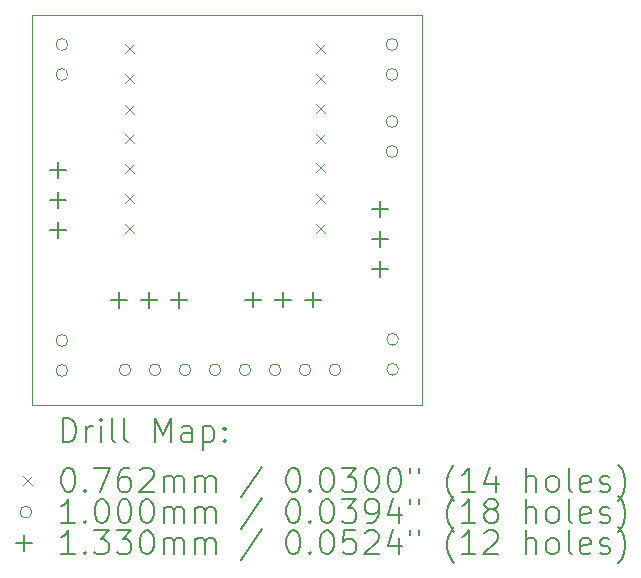
<source format=gbr>
%TF.GenerationSoftware,KiCad,Pcbnew,7.0.10-7.0.10~ubuntu22.04.1*%
%TF.CreationDate,2024-04-18T16:50:05+05:30*%
%TF.ProjectId,EspXiao-FC,45737058-6961-46f2-9d46-432e6b696361,rev?*%
%TF.SameCoordinates,Original*%
%TF.FileFunction,Drillmap*%
%TF.FilePolarity,Positive*%
%FSLAX45Y45*%
G04 Gerber Fmt 4.5, Leading zero omitted, Abs format (unit mm)*
G04 Created by KiCad (PCBNEW 7.0.10-7.0.10~ubuntu22.04.1) date 2024-04-18 16:50:05*
%MOMM*%
%LPD*%
G01*
G04 APERTURE LIST*
%ADD10C,0.100000*%
%ADD11C,0.200000*%
%ADD12C,0.133000*%
G04 APERTURE END LIST*
D10*
X14572460Y-7007460D02*
X14575000Y-7007460D01*
X14575000Y-7010000D01*
X14572460Y-7010000D01*
X14572460Y-7007460D01*
X12925000Y-7010000D02*
X16225000Y-7010000D01*
X16225000Y-10310000D01*
X12925000Y-10310000D01*
X12925000Y-7010000D01*
D11*
D10*
X13710300Y-7258825D02*
X13786500Y-7335025D01*
X13786500Y-7258825D02*
X13710300Y-7335025D01*
X13710300Y-7508825D02*
X13786500Y-7585025D01*
X13786500Y-7508825D02*
X13710300Y-7585025D01*
X13710300Y-7768825D02*
X13786500Y-7845025D01*
X13786500Y-7768825D02*
X13710300Y-7845025D01*
X13710300Y-8018825D02*
X13786500Y-8095025D01*
X13786500Y-8018825D02*
X13710300Y-8095025D01*
X13710300Y-8268825D02*
X13786500Y-8345025D01*
X13786500Y-8268825D02*
X13710300Y-8345025D01*
X13710300Y-8528825D02*
X13786500Y-8605025D01*
X13786500Y-8528825D02*
X13710300Y-8605025D01*
X13710300Y-8778825D02*
X13786500Y-8855025D01*
X13786500Y-8778825D02*
X13710300Y-8855025D01*
X15330300Y-7256825D02*
X15406500Y-7333025D01*
X15406500Y-7256825D02*
X15330300Y-7333025D01*
X15330300Y-7506825D02*
X15406500Y-7583025D01*
X15406500Y-7506825D02*
X15330300Y-7583025D01*
X15330300Y-7766825D02*
X15406500Y-7843025D01*
X15406500Y-7766825D02*
X15330300Y-7843025D01*
X15330300Y-8016825D02*
X15406500Y-8093025D01*
X15406500Y-8016825D02*
X15330300Y-8093025D01*
X15330300Y-8266825D02*
X15406500Y-8343025D01*
X15406500Y-8266825D02*
X15330300Y-8343025D01*
X15330300Y-8526825D02*
X15406500Y-8603025D01*
X15406500Y-8526825D02*
X15330300Y-8603025D01*
X15330300Y-8776825D02*
X15406500Y-8853025D01*
X15406500Y-8776825D02*
X15330300Y-8853025D01*
X13225000Y-7261000D02*
G75*
G03*
X13125000Y-7261000I-50000J0D01*
G01*
X13125000Y-7261000D02*
G75*
G03*
X13225000Y-7261000I50000J0D01*
G01*
X13225000Y-7515000D02*
G75*
G03*
X13125000Y-7515000I-50000J0D01*
G01*
X13125000Y-7515000D02*
G75*
G03*
X13225000Y-7515000I50000J0D01*
G01*
X13225000Y-9766000D02*
G75*
G03*
X13125000Y-9766000I-50000J0D01*
G01*
X13125000Y-9766000D02*
G75*
G03*
X13225000Y-9766000I50000J0D01*
G01*
X13225000Y-10020000D02*
G75*
G03*
X13125000Y-10020000I-50000J0D01*
G01*
X13125000Y-10020000D02*
G75*
G03*
X13225000Y-10020000I50000J0D01*
G01*
X13759000Y-10015000D02*
G75*
G03*
X13659000Y-10015000I-50000J0D01*
G01*
X13659000Y-10015000D02*
G75*
G03*
X13759000Y-10015000I50000J0D01*
G01*
X14013000Y-10015000D02*
G75*
G03*
X13913000Y-10015000I-50000J0D01*
G01*
X13913000Y-10015000D02*
G75*
G03*
X14013000Y-10015000I50000J0D01*
G01*
X14267000Y-10015000D02*
G75*
G03*
X14167000Y-10015000I-50000J0D01*
G01*
X14167000Y-10015000D02*
G75*
G03*
X14267000Y-10015000I50000J0D01*
G01*
X14521000Y-10015000D02*
G75*
G03*
X14421000Y-10015000I-50000J0D01*
G01*
X14421000Y-10015000D02*
G75*
G03*
X14521000Y-10015000I50000J0D01*
G01*
X14775000Y-10015000D02*
G75*
G03*
X14675000Y-10015000I-50000J0D01*
G01*
X14675000Y-10015000D02*
G75*
G03*
X14775000Y-10015000I50000J0D01*
G01*
X15029000Y-10015000D02*
G75*
G03*
X14929000Y-10015000I-50000J0D01*
G01*
X14929000Y-10015000D02*
G75*
G03*
X15029000Y-10015000I50000J0D01*
G01*
X15283000Y-10015000D02*
G75*
G03*
X15183000Y-10015000I-50000J0D01*
G01*
X15183000Y-10015000D02*
G75*
G03*
X15283000Y-10015000I50000J0D01*
G01*
X15537000Y-10015000D02*
G75*
G03*
X15437000Y-10015000I-50000J0D01*
G01*
X15437000Y-10015000D02*
G75*
G03*
X15537000Y-10015000I50000J0D01*
G01*
X16020000Y-7261000D02*
G75*
G03*
X15920000Y-7261000I-50000J0D01*
G01*
X15920000Y-7261000D02*
G75*
G03*
X16020000Y-7261000I50000J0D01*
G01*
X16020000Y-7515000D02*
G75*
G03*
X15920000Y-7515000I-50000J0D01*
G01*
X15920000Y-7515000D02*
G75*
G03*
X16020000Y-7515000I50000J0D01*
G01*
X16020000Y-7912500D02*
G75*
G03*
X15920000Y-7912500I-50000J0D01*
G01*
X15920000Y-7912500D02*
G75*
G03*
X16020000Y-7912500I50000J0D01*
G01*
X16020000Y-8166500D02*
G75*
G03*
X15920000Y-8166500I-50000J0D01*
G01*
X15920000Y-8166500D02*
G75*
G03*
X16020000Y-8166500I50000J0D01*
G01*
X16025000Y-9756000D02*
G75*
G03*
X15925000Y-9756000I-50000J0D01*
G01*
X15925000Y-9756000D02*
G75*
G03*
X16025000Y-9756000I50000J0D01*
G01*
X16025000Y-10010000D02*
G75*
G03*
X15925000Y-10010000I-50000J0D01*
G01*
X15925000Y-10010000D02*
G75*
G03*
X16025000Y-10010000I50000J0D01*
G01*
D12*
X13145000Y-8253500D02*
X13145000Y-8386500D01*
X13078500Y-8320000D02*
X13211500Y-8320000D01*
X13145000Y-8507500D02*
X13145000Y-8640500D01*
X13078500Y-8574000D02*
X13211500Y-8574000D01*
X13145000Y-8761500D02*
X13145000Y-8894500D01*
X13078500Y-8828000D02*
X13211500Y-8828000D01*
X13657250Y-9356500D02*
X13657250Y-9489500D01*
X13590750Y-9423000D02*
X13723750Y-9423000D01*
X13911250Y-9356500D02*
X13911250Y-9489500D01*
X13844750Y-9423000D02*
X13977750Y-9423000D01*
X14165250Y-9356500D02*
X14165250Y-9489500D01*
X14098750Y-9423000D02*
X14231750Y-9423000D01*
X14792000Y-9353500D02*
X14792000Y-9486500D01*
X14725500Y-9420000D02*
X14858500Y-9420000D01*
X15046000Y-9353500D02*
X15046000Y-9486500D01*
X14979500Y-9420000D02*
X15112500Y-9420000D01*
X15300000Y-9353500D02*
X15300000Y-9486500D01*
X15233500Y-9420000D02*
X15366500Y-9420000D01*
X15870000Y-8585500D02*
X15870000Y-8718500D01*
X15803500Y-8652000D02*
X15936500Y-8652000D01*
X15870000Y-8839500D02*
X15870000Y-8972500D01*
X15803500Y-8906000D02*
X15936500Y-8906000D01*
X15870000Y-9093500D02*
X15870000Y-9226500D01*
X15803500Y-9160000D02*
X15936500Y-9160000D01*
D11*
X13180777Y-10626484D02*
X13180777Y-10426484D01*
X13180777Y-10426484D02*
X13228396Y-10426484D01*
X13228396Y-10426484D02*
X13256967Y-10436008D01*
X13256967Y-10436008D02*
X13276015Y-10455055D01*
X13276015Y-10455055D02*
X13285539Y-10474103D01*
X13285539Y-10474103D02*
X13295062Y-10512198D01*
X13295062Y-10512198D02*
X13295062Y-10540770D01*
X13295062Y-10540770D02*
X13285539Y-10578865D01*
X13285539Y-10578865D02*
X13276015Y-10597912D01*
X13276015Y-10597912D02*
X13256967Y-10616960D01*
X13256967Y-10616960D02*
X13228396Y-10626484D01*
X13228396Y-10626484D02*
X13180777Y-10626484D01*
X13380777Y-10626484D02*
X13380777Y-10493150D01*
X13380777Y-10531246D02*
X13390301Y-10512198D01*
X13390301Y-10512198D02*
X13399824Y-10502674D01*
X13399824Y-10502674D02*
X13418872Y-10493150D01*
X13418872Y-10493150D02*
X13437920Y-10493150D01*
X13504586Y-10626484D02*
X13504586Y-10493150D01*
X13504586Y-10426484D02*
X13495062Y-10436008D01*
X13495062Y-10436008D02*
X13504586Y-10445531D01*
X13504586Y-10445531D02*
X13514110Y-10436008D01*
X13514110Y-10436008D02*
X13504586Y-10426484D01*
X13504586Y-10426484D02*
X13504586Y-10445531D01*
X13628396Y-10626484D02*
X13609348Y-10616960D01*
X13609348Y-10616960D02*
X13599824Y-10597912D01*
X13599824Y-10597912D02*
X13599824Y-10426484D01*
X13733158Y-10626484D02*
X13714110Y-10616960D01*
X13714110Y-10616960D02*
X13704586Y-10597912D01*
X13704586Y-10597912D02*
X13704586Y-10426484D01*
X13961729Y-10626484D02*
X13961729Y-10426484D01*
X13961729Y-10426484D02*
X14028396Y-10569341D01*
X14028396Y-10569341D02*
X14095062Y-10426484D01*
X14095062Y-10426484D02*
X14095062Y-10626484D01*
X14276015Y-10626484D02*
X14276015Y-10521722D01*
X14276015Y-10521722D02*
X14266491Y-10502674D01*
X14266491Y-10502674D02*
X14247443Y-10493150D01*
X14247443Y-10493150D02*
X14209348Y-10493150D01*
X14209348Y-10493150D02*
X14190301Y-10502674D01*
X14276015Y-10616960D02*
X14256967Y-10626484D01*
X14256967Y-10626484D02*
X14209348Y-10626484D01*
X14209348Y-10626484D02*
X14190301Y-10616960D01*
X14190301Y-10616960D02*
X14180777Y-10597912D01*
X14180777Y-10597912D02*
X14180777Y-10578865D01*
X14180777Y-10578865D02*
X14190301Y-10559817D01*
X14190301Y-10559817D02*
X14209348Y-10550293D01*
X14209348Y-10550293D02*
X14256967Y-10550293D01*
X14256967Y-10550293D02*
X14276015Y-10540770D01*
X14371253Y-10493150D02*
X14371253Y-10693150D01*
X14371253Y-10502674D02*
X14390301Y-10493150D01*
X14390301Y-10493150D02*
X14428396Y-10493150D01*
X14428396Y-10493150D02*
X14447443Y-10502674D01*
X14447443Y-10502674D02*
X14456967Y-10512198D01*
X14456967Y-10512198D02*
X14466491Y-10531246D01*
X14466491Y-10531246D02*
X14466491Y-10588389D01*
X14466491Y-10588389D02*
X14456967Y-10607436D01*
X14456967Y-10607436D02*
X14447443Y-10616960D01*
X14447443Y-10616960D02*
X14428396Y-10626484D01*
X14428396Y-10626484D02*
X14390301Y-10626484D01*
X14390301Y-10626484D02*
X14371253Y-10616960D01*
X14552205Y-10607436D02*
X14561729Y-10616960D01*
X14561729Y-10616960D02*
X14552205Y-10626484D01*
X14552205Y-10626484D02*
X14542682Y-10616960D01*
X14542682Y-10616960D02*
X14552205Y-10607436D01*
X14552205Y-10607436D02*
X14552205Y-10626484D01*
X14552205Y-10502674D02*
X14561729Y-10512198D01*
X14561729Y-10512198D02*
X14552205Y-10521722D01*
X14552205Y-10521722D02*
X14542682Y-10512198D01*
X14542682Y-10512198D02*
X14552205Y-10502674D01*
X14552205Y-10502674D02*
X14552205Y-10521722D01*
D10*
X12843800Y-10916900D02*
X12920000Y-10993100D01*
X12920000Y-10916900D02*
X12843800Y-10993100D01*
D11*
X13218872Y-10846484D02*
X13237920Y-10846484D01*
X13237920Y-10846484D02*
X13256967Y-10856008D01*
X13256967Y-10856008D02*
X13266491Y-10865531D01*
X13266491Y-10865531D02*
X13276015Y-10884579D01*
X13276015Y-10884579D02*
X13285539Y-10922674D01*
X13285539Y-10922674D02*
X13285539Y-10970293D01*
X13285539Y-10970293D02*
X13276015Y-11008389D01*
X13276015Y-11008389D02*
X13266491Y-11027436D01*
X13266491Y-11027436D02*
X13256967Y-11036960D01*
X13256967Y-11036960D02*
X13237920Y-11046484D01*
X13237920Y-11046484D02*
X13218872Y-11046484D01*
X13218872Y-11046484D02*
X13199824Y-11036960D01*
X13199824Y-11036960D02*
X13190301Y-11027436D01*
X13190301Y-11027436D02*
X13180777Y-11008389D01*
X13180777Y-11008389D02*
X13171253Y-10970293D01*
X13171253Y-10970293D02*
X13171253Y-10922674D01*
X13171253Y-10922674D02*
X13180777Y-10884579D01*
X13180777Y-10884579D02*
X13190301Y-10865531D01*
X13190301Y-10865531D02*
X13199824Y-10856008D01*
X13199824Y-10856008D02*
X13218872Y-10846484D01*
X13371253Y-11027436D02*
X13380777Y-11036960D01*
X13380777Y-11036960D02*
X13371253Y-11046484D01*
X13371253Y-11046484D02*
X13361729Y-11036960D01*
X13361729Y-11036960D02*
X13371253Y-11027436D01*
X13371253Y-11027436D02*
X13371253Y-11046484D01*
X13447443Y-10846484D02*
X13580777Y-10846484D01*
X13580777Y-10846484D02*
X13495062Y-11046484D01*
X13742682Y-10846484D02*
X13704586Y-10846484D01*
X13704586Y-10846484D02*
X13685539Y-10856008D01*
X13685539Y-10856008D02*
X13676015Y-10865531D01*
X13676015Y-10865531D02*
X13656967Y-10894103D01*
X13656967Y-10894103D02*
X13647443Y-10932198D01*
X13647443Y-10932198D02*
X13647443Y-11008389D01*
X13647443Y-11008389D02*
X13656967Y-11027436D01*
X13656967Y-11027436D02*
X13666491Y-11036960D01*
X13666491Y-11036960D02*
X13685539Y-11046484D01*
X13685539Y-11046484D02*
X13723634Y-11046484D01*
X13723634Y-11046484D02*
X13742682Y-11036960D01*
X13742682Y-11036960D02*
X13752205Y-11027436D01*
X13752205Y-11027436D02*
X13761729Y-11008389D01*
X13761729Y-11008389D02*
X13761729Y-10960770D01*
X13761729Y-10960770D02*
X13752205Y-10941722D01*
X13752205Y-10941722D02*
X13742682Y-10932198D01*
X13742682Y-10932198D02*
X13723634Y-10922674D01*
X13723634Y-10922674D02*
X13685539Y-10922674D01*
X13685539Y-10922674D02*
X13666491Y-10932198D01*
X13666491Y-10932198D02*
X13656967Y-10941722D01*
X13656967Y-10941722D02*
X13647443Y-10960770D01*
X13837920Y-10865531D02*
X13847443Y-10856008D01*
X13847443Y-10856008D02*
X13866491Y-10846484D01*
X13866491Y-10846484D02*
X13914110Y-10846484D01*
X13914110Y-10846484D02*
X13933158Y-10856008D01*
X13933158Y-10856008D02*
X13942682Y-10865531D01*
X13942682Y-10865531D02*
X13952205Y-10884579D01*
X13952205Y-10884579D02*
X13952205Y-10903627D01*
X13952205Y-10903627D02*
X13942682Y-10932198D01*
X13942682Y-10932198D02*
X13828396Y-11046484D01*
X13828396Y-11046484D02*
X13952205Y-11046484D01*
X14037920Y-11046484D02*
X14037920Y-10913150D01*
X14037920Y-10932198D02*
X14047443Y-10922674D01*
X14047443Y-10922674D02*
X14066491Y-10913150D01*
X14066491Y-10913150D02*
X14095063Y-10913150D01*
X14095063Y-10913150D02*
X14114110Y-10922674D01*
X14114110Y-10922674D02*
X14123634Y-10941722D01*
X14123634Y-10941722D02*
X14123634Y-11046484D01*
X14123634Y-10941722D02*
X14133158Y-10922674D01*
X14133158Y-10922674D02*
X14152205Y-10913150D01*
X14152205Y-10913150D02*
X14180777Y-10913150D01*
X14180777Y-10913150D02*
X14199824Y-10922674D01*
X14199824Y-10922674D02*
X14209348Y-10941722D01*
X14209348Y-10941722D02*
X14209348Y-11046484D01*
X14304586Y-11046484D02*
X14304586Y-10913150D01*
X14304586Y-10932198D02*
X14314110Y-10922674D01*
X14314110Y-10922674D02*
X14333158Y-10913150D01*
X14333158Y-10913150D02*
X14361729Y-10913150D01*
X14361729Y-10913150D02*
X14380777Y-10922674D01*
X14380777Y-10922674D02*
X14390301Y-10941722D01*
X14390301Y-10941722D02*
X14390301Y-11046484D01*
X14390301Y-10941722D02*
X14399824Y-10922674D01*
X14399824Y-10922674D02*
X14418872Y-10913150D01*
X14418872Y-10913150D02*
X14447443Y-10913150D01*
X14447443Y-10913150D02*
X14466491Y-10922674D01*
X14466491Y-10922674D02*
X14476015Y-10941722D01*
X14476015Y-10941722D02*
X14476015Y-11046484D01*
X14866491Y-10836960D02*
X14695063Y-11094103D01*
X15123634Y-10846484D02*
X15142682Y-10846484D01*
X15142682Y-10846484D02*
X15161729Y-10856008D01*
X15161729Y-10856008D02*
X15171253Y-10865531D01*
X15171253Y-10865531D02*
X15180777Y-10884579D01*
X15180777Y-10884579D02*
X15190301Y-10922674D01*
X15190301Y-10922674D02*
X15190301Y-10970293D01*
X15190301Y-10970293D02*
X15180777Y-11008389D01*
X15180777Y-11008389D02*
X15171253Y-11027436D01*
X15171253Y-11027436D02*
X15161729Y-11036960D01*
X15161729Y-11036960D02*
X15142682Y-11046484D01*
X15142682Y-11046484D02*
X15123634Y-11046484D01*
X15123634Y-11046484D02*
X15104586Y-11036960D01*
X15104586Y-11036960D02*
X15095063Y-11027436D01*
X15095063Y-11027436D02*
X15085539Y-11008389D01*
X15085539Y-11008389D02*
X15076015Y-10970293D01*
X15076015Y-10970293D02*
X15076015Y-10922674D01*
X15076015Y-10922674D02*
X15085539Y-10884579D01*
X15085539Y-10884579D02*
X15095063Y-10865531D01*
X15095063Y-10865531D02*
X15104586Y-10856008D01*
X15104586Y-10856008D02*
X15123634Y-10846484D01*
X15276015Y-11027436D02*
X15285539Y-11036960D01*
X15285539Y-11036960D02*
X15276015Y-11046484D01*
X15276015Y-11046484D02*
X15266491Y-11036960D01*
X15266491Y-11036960D02*
X15276015Y-11027436D01*
X15276015Y-11027436D02*
X15276015Y-11046484D01*
X15409348Y-10846484D02*
X15428396Y-10846484D01*
X15428396Y-10846484D02*
X15447444Y-10856008D01*
X15447444Y-10856008D02*
X15456967Y-10865531D01*
X15456967Y-10865531D02*
X15466491Y-10884579D01*
X15466491Y-10884579D02*
X15476015Y-10922674D01*
X15476015Y-10922674D02*
X15476015Y-10970293D01*
X15476015Y-10970293D02*
X15466491Y-11008389D01*
X15466491Y-11008389D02*
X15456967Y-11027436D01*
X15456967Y-11027436D02*
X15447444Y-11036960D01*
X15447444Y-11036960D02*
X15428396Y-11046484D01*
X15428396Y-11046484D02*
X15409348Y-11046484D01*
X15409348Y-11046484D02*
X15390301Y-11036960D01*
X15390301Y-11036960D02*
X15380777Y-11027436D01*
X15380777Y-11027436D02*
X15371253Y-11008389D01*
X15371253Y-11008389D02*
X15361729Y-10970293D01*
X15361729Y-10970293D02*
X15361729Y-10922674D01*
X15361729Y-10922674D02*
X15371253Y-10884579D01*
X15371253Y-10884579D02*
X15380777Y-10865531D01*
X15380777Y-10865531D02*
X15390301Y-10856008D01*
X15390301Y-10856008D02*
X15409348Y-10846484D01*
X15542682Y-10846484D02*
X15666491Y-10846484D01*
X15666491Y-10846484D02*
X15599825Y-10922674D01*
X15599825Y-10922674D02*
X15628396Y-10922674D01*
X15628396Y-10922674D02*
X15647444Y-10932198D01*
X15647444Y-10932198D02*
X15656967Y-10941722D01*
X15656967Y-10941722D02*
X15666491Y-10960770D01*
X15666491Y-10960770D02*
X15666491Y-11008389D01*
X15666491Y-11008389D02*
X15656967Y-11027436D01*
X15656967Y-11027436D02*
X15647444Y-11036960D01*
X15647444Y-11036960D02*
X15628396Y-11046484D01*
X15628396Y-11046484D02*
X15571253Y-11046484D01*
X15571253Y-11046484D02*
X15552206Y-11036960D01*
X15552206Y-11036960D02*
X15542682Y-11027436D01*
X15790301Y-10846484D02*
X15809348Y-10846484D01*
X15809348Y-10846484D02*
X15828396Y-10856008D01*
X15828396Y-10856008D02*
X15837920Y-10865531D01*
X15837920Y-10865531D02*
X15847444Y-10884579D01*
X15847444Y-10884579D02*
X15856967Y-10922674D01*
X15856967Y-10922674D02*
X15856967Y-10970293D01*
X15856967Y-10970293D02*
X15847444Y-11008389D01*
X15847444Y-11008389D02*
X15837920Y-11027436D01*
X15837920Y-11027436D02*
X15828396Y-11036960D01*
X15828396Y-11036960D02*
X15809348Y-11046484D01*
X15809348Y-11046484D02*
X15790301Y-11046484D01*
X15790301Y-11046484D02*
X15771253Y-11036960D01*
X15771253Y-11036960D02*
X15761729Y-11027436D01*
X15761729Y-11027436D02*
X15752206Y-11008389D01*
X15752206Y-11008389D02*
X15742682Y-10970293D01*
X15742682Y-10970293D02*
X15742682Y-10922674D01*
X15742682Y-10922674D02*
X15752206Y-10884579D01*
X15752206Y-10884579D02*
X15761729Y-10865531D01*
X15761729Y-10865531D02*
X15771253Y-10856008D01*
X15771253Y-10856008D02*
X15790301Y-10846484D01*
X15980777Y-10846484D02*
X15999825Y-10846484D01*
X15999825Y-10846484D02*
X16018872Y-10856008D01*
X16018872Y-10856008D02*
X16028396Y-10865531D01*
X16028396Y-10865531D02*
X16037920Y-10884579D01*
X16037920Y-10884579D02*
X16047444Y-10922674D01*
X16047444Y-10922674D02*
X16047444Y-10970293D01*
X16047444Y-10970293D02*
X16037920Y-11008389D01*
X16037920Y-11008389D02*
X16028396Y-11027436D01*
X16028396Y-11027436D02*
X16018872Y-11036960D01*
X16018872Y-11036960D02*
X15999825Y-11046484D01*
X15999825Y-11046484D02*
X15980777Y-11046484D01*
X15980777Y-11046484D02*
X15961729Y-11036960D01*
X15961729Y-11036960D02*
X15952206Y-11027436D01*
X15952206Y-11027436D02*
X15942682Y-11008389D01*
X15942682Y-11008389D02*
X15933158Y-10970293D01*
X15933158Y-10970293D02*
X15933158Y-10922674D01*
X15933158Y-10922674D02*
X15942682Y-10884579D01*
X15942682Y-10884579D02*
X15952206Y-10865531D01*
X15952206Y-10865531D02*
X15961729Y-10856008D01*
X15961729Y-10856008D02*
X15980777Y-10846484D01*
X16123634Y-10846484D02*
X16123634Y-10884579D01*
X16199825Y-10846484D02*
X16199825Y-10884579D01*
X16495063Y-11122674D02*
X16485539Y-11113150D01*
X16485539Y-11113150D02*
X16466491Y-11084579D01*
X16466491Y-11084579D02*
X16456968Y-11065531D01*
X16456968Y-11065531D02*
X16447444Y-11036960D01*
X16447444Y-11036960D02*
X16437920Y-10989341D01*
X16437920Y-10989341D02*
X16437920Y-10951246D01*
X16437920Y-10951246D02*
X16447444Y-10903627D01*
X16447444Y-10903627D02*
X16456968Y-10875055D01*
X16456968Y-10875055D02*
X16466491Y-10856008D01*
X16466491Y-10856008D02*
X16485539Y-10827436D01*
X16485539Y-10827436D02*
X16495063Y-10817912D01*
X16676015Y-11046484D02*
X16561729Y-11046484D01*
X16618872Y-11046484D02*
X16618872Y-10846484D01*
X16618872Y-10846484D02*
X16599825Y-10875055D01*
X16599825Y-10875055D02*
X16580777Y-10894103D01*
X16580777Y-10894103D02*
X16561729Y-10903627D01*
X16847444Y-10913150D02*
X16847444Y-11046484D01*
X16799825Y-10836960D02*
X16752206Y-10979817D01*
X16752206Y-10979817D02*
X16876015Y-10979817D01*
X17104587Y-11046484D02*
X17104587Y-10846484D01*
X17190301Y-11046484D02*
X17190301Y-10941722D01*
X17190301Y-10941722D02*
X17180777Y-10922674D01*
X17180777Y-10922674D02*
X17161730Y-10913150D01*
X17161730Y-10913150D02*
X17133158Y-10913150D01*
X17133158Y-10913150D02*
X17114111Y-10922674D01*
X17114111Y-10922674D02*
X17104587Y-10932198D01*
X17314111Y-11046484D02*
X17295063Y-11036960D01*
X17295063Y-11036960D02*
X17285539Y-11027436D01*
X17285539Y-11027436D02*
X17276015Y-11008389D01*
X17276015Y-11008389D02*
X17276015Y-10951246D01*
X17276015Y-10951246D02*
X17285539Y-10932198D01*
X17285539Y-10932198D02*
X17295063Y-10922674D01*
X17295063Y-10922674D02*
X17314111Y-10913150D01*
X17314111Y-10913150D02*
X17342682Y-10913150D01*
X17342682Y-10913150D02*
X17361730Y-10922674D01*
X17361730Y-10922674D02*
X17371253Y-10932198D01*
X17371253Y-10932198D02*
X17380777Y-10951246D01*
X17380777Y-10951246D02*
X17380777Y-11008389D01*
X17380777Y-11008389D02*
X17371253Y-11027436D01*
X17371253Y-11027436D02*
X17361730Y-11036960D01*
X17361730Y-11036960D02*
X17342682Y-11046484D01*
X17342682Y-11046484D02*
X17314111Y-11046484D01*
X17495063Y-11046484D02*
X17476015Y-11036960D01*
X17476015Y-11036960D02*
X17466492Y-11017912D01*
X17466492Y-11017912D02*
X17466492Y-10846484D01*
X17647444Y-11036960D02*
X17628396Y-11046484D01*
X17628396Y-11046484D02*
X17590301Y-11046484D01*
X17590301Y-11046484D02*
X17571253Y-11036960D01*
X17571253Y-11036960D02*
X17561730Y-11017912D01*
X17561730Y-11017912D02*
X17561730Y-10941722D01*
X17561730Y-10941722D02*
X17571253Y-10922674D01*
X17571253Y-10922674D02*
X17590301Y-10913150D01*
X17590301Y-10913150D02*
X17628396Y-10913150D01*
X17628396Y-10913150D02*
X17647444Y-10922674D01*
X17647444Y-10922674D02*
X17656968Y-10941722D01*
X17656968Y-10941722D02*
X17656968Y-10960770D01*
X17656968Y-10960770D02*
X17561730Y-10979817D01*
X17733158Y-11036960D02*
X17752206Y-11046484D01*
X17752206Y-11046484D02*
X17790301Y-11046484D01*
X17790301Y-11046484D02*
X17809349Y-11036960D01*
X17809349Y-11036960D02*
X17818873Y-11017912D01*
X17818873Y-11017912D02*
X17818873Y-11008389D01*
X17818873Y-11008389D02*
X17809349Y-10989341D01*
X17809349Y-10989341D02*
X17790301Y-10979817D01*
X17790301Y-10979817D02*
X17761730Y-10979817D01*
X17761730Y-10979817D02*
X17742682Y-10970293D01*
X17742682Y-10970293D02*
X17733158Y-10951246D01*
X17733158Y-10951246D02*
X17733158Y-10941722D01*
X17733158Y-10941722D02*
X17742682Y-10922674D01*
X17742682Y-10922674D02*
X17761730Y-10913150D01*
X17761730Y-10913150D02*
X17790301Y-10913150D01*
X17790301Y-10913150D02*
X17809349Y-10922674D01*
X17885539Y-11122674D02*
X17895063Y-11113150D01*
X17895063Y-11113150D02*
X17914111Y-11084579D01*
X17914111Y-11084579D02*
X17923634Y-11065531D01*
X17923634Y-11065531D02*
X17933158Y-11036960D01*
X17933158Y-11036960D02*
X17942682Y-10989341D01*
X17942682Y-10989341D02*
X17942682Y-10951246D01*
X17942682Y-10951246D02*
X17933158Y-10903627D01*
X17933158Y-10903627D02*
X17923634Y-10875055D01*
X17923634Y-10875055D02*
X17914111Y-10856008D01*
X17914111Y-10856008D02*
X17895063Y-10827436D01*
X17895063Y-10827436D02*
X17885539Y-10817912D01*
D10*
X12920000Y-11219000D02*
G75*
G03*
X12820000Y-11219000I-50000J0D01*
G01*
X12820000Y-11219000D02*
G75*
G03*
X12920000Y-11219000I50000J0D01*
G01*
D11*
X13285539Y-11310484D02*
X13171253Y-11310484D01*
X13228396Y-11310484D02*
X13228396Y-11110484D01*
X13228396Y-11110484D02*
X13209348Y-11139055D01*
X13209348Y-11139055D02*
X13190301Y-11158103D01*
X13190301Y-11158103D02*
X13171253Y-11167627D01*
X13371253Y-11291436D02*
X13380777Y-11300960D01*
X13380777Y-11300960D02*
X13371253Y-11310484D01*
X13371253Y-11310484D02*
X13361729Y-11300960D01*
X13361729Y-11300960D02*
X13371253Y-11291436D01*
X13371253Y-11291436D02*
X13371253Y-11310484D01*
X13504586Y-11110484D02*
X13523634Y-11110484D01*
X13523634Y-11110484D02*
X13542682Y-11120008D01*
X13542682Y-11120008D02*
X13552205Y-11129531D01*
X13552205Y-11129531D02*
X13561729Y-11148579D01*
X13561729Y-11148579D02*
X13571253Y-11186674D01*
X13571253Y-11186674D02*
X13571253Y-11234293D01*
X13571253Y-11234293D02*
X13561729Y-11272388D01*
X13561729Y-11272388D02*
X13552205Y-11291436D01*
X13552205Y-11291436D02*
X13542682Y-11300960D01*
X13542682Y-11300960D02*
X13523634Y-11310484D01*
X13523634Y-11310484D02*
X13504586Y-11310484D01*
X13504586Y-11310484D02*
X13485539Y-11300960D01*
X13485539Y-11300960D02*
X13476015Y-11291436D01*
X13476015Y-11291436D02*
X13466491Y-11272388D01*
X13466491Y-11272388D02*
X13456967Y-11234293D01*
X13456967Y-11234293D02*
X13456967Y-11186674D01*
X13456967Y-11186674D02*
X13466491Y-11148579D01*
X13466491Y-11148579D02*
X13476015Y-11129531D01*
X13476015Y-11129531D02*
X13485539Y-11120008D01*
X13485539Y-11120008D02*
X13504586Y-11110484D01*
X13695062Y-11110484D02*
X13714110Y-11110484D01*
X13714110Y-11110484D02*
X13733158Y-11120008D01*
X13733158Y-11120008D02*
X13742682Y-11129531D01*
X13742682Y-11129531D02*
X13752205Y-11148579D01*
X13752205Y-11148579D02*
X13761729Y-11186674D01*
X13761729Y-11186674D02*
X13761729Y-11234293D01*
X13761729Y-11234293D02*
X13752205Y-11272388D01*
X13752205Y-11272388D02*
X13742682Y-11291436D01*
X13742682Y-11291436D02*
X13733158Y-11300960D01*
X13733158Y-11300960D02*
X13714110Y-11310484D01*
X13714110Y-11310484D02*
X13695062Y-11310484D01*
X13695062Y-11310484D02*
X13676015Y-11300960D01*
X13676015Y-11300960D02*
X13666491Y-11291436D01*
X13666491Y-11291436D02*
X13656967Y-11272388D01*
X13656967Y-11272388D02*
X13647443Y-11234293D01*
X13647443Y-11234293D02*
X13647443Y-11186674D01*
X13647443Y-11186674D02*
X13656967Y-11148579D01*
X13656967Y-11148579D02*
X13666491Y-11129531D01*
X13666491Y-11129531D02*
X13676015Y-11120008D01*
X13676015Y-11120008D02*
X13695062Y-11110484D01*
X13885539Y-11110484D02*
X13904586Y-11110484D01*
X13904586Y-11110484D02*
X13923634Y-11120008D01*
X13923634Y-11120008D02*
X13933158Y-11129531D01*
X13933158Y-11129531D02*
X13942682Y-11148579D01*
X13942682Y-11148579D02*
X13952205Y-11186674D01*
X13952205Y-11186674D02*
X13952205Y-11234293D01*
X13952205Y-11234293D02*
X13942682Y-11272388D01*
X13942682Y-11272388D02*
X13933158Y-11291436D01*
X13933158Y-11291436D02*
X13923634Y-11300960D01*
X13923634Y-11300960D02*
X13904586Y-11310484D01*
X13904586Y-11310484D02*
X13885539Y-11310484D01*
X13885539Y-11310484D02*
X13866491Y-11300960D01*
X13866491Y-11300960D02*
X13856967Y-11291436D01*
X13856967Y-11291436D02*
X13847443Y-11272388D01*
X13847443Y-11272388D02*
X13837920Y-11234293D01*
X13837920Y-11234293D02*
X13837920Y-11186674D01*
X13837920Y-11186674D02*
X13847443Y-11148579D01*
X13847443Y-11148579D02*
X13856967Y-11129531D01*
X13856967Y-11129531D02*
X13866491Y-11120008D01*
X13866491Y-11120008D02*
X13885539Y-11110484D01*
X14037920Y-11310484D02*
X14037920Y-11177150D01*
X14037920Y-11196198D02*
X14047443Y-11186674D01*
X14047443Y-11186674D02*
X14066491Y-11177150D01*
X14066491Y-11177150D02*
X14095063Y-11177150D01*
X14095063Y-11177150D02*
X14114110Y-11186674D01*
X14114110Y-11186674D02*
X14123634Y-11205722D01*
X14123634Y-11205722D02*
X14123634Y-11310484D01*
X14123634Y-11205722D02*
X14133158Y-11186674D01*
X14133158Y-11186674D02*
X14152205Y-11177150D01*
X14152205Y-11177150D02*
X14180777Y-11177150D01*
X14180777Y-11177150D02*
X14199824Y-11186674D01*
X14199824Y-11186674D02*
X14209348Y-11205722D01*
X14209348Y-11205722D02*
X14209348Y-11310484D01*
X14304586Y-11310484D02*
X14304586Y-11177150D01*
X14304586Y-11196198D02*
X14314110Y-11186674D01*
X14314110Y-11186674D02*
X14333158Y-11177150D01*
X14333158Y-11177150D02*
X14361729Y-11177150D01*
X14361729Y-11177150D02*
X14380777Y-11186674D01*
X14380777Y-11186674D02*
X14390301Y-11205722D01*
X14390301Y-11205722D02*
X14390301Y-11310484D01*
X14390301Y-11205722D02*
X14399824Y-11186674D01*
X14399824Y-11186674D02*
X14418872Y-11177150D01*
X14418872Y-11177150D02*
X14447443Y-11177150D01*
X14447443Y-11177150D02*
X14466491Y-11186674D01*
X14466491Y-11186674D02*
X14476015Y-11205722D01*
X14476015Y-11205722D02*
X14476015Y-11310484D01*
X14866491Y-11100960D02*
X14695063Y-11358103D01*
X15123634Y-11110484D02*
X15142682Y-11110484D01*
X15142682Y-11110484D02*
X15161729Y-11120008D01*
X15161729Y-11120008D02*
X15171253Y-11129531D01*
X15171253Y-11129531D02*
X15180777Y-11148579D01*
X15180777Y-11148579D02*
X15190301Y-11186674D01*
X15190301Y-11186674D02*
X15190301Y-11234293D01*
X15190301Y-11234293D02*
X15180777Y-11272388D01*
X15180777Y-11272388D02*
X15171253Y-11291436D01*
X15171253Y-11291436D02*
X15161729Y-11300960D01*
X15161729Y-11300960D02*
X15142682Y-11310484D01*
X15142682Y-11310484D02*
X15123634Y-11310484D01*
X15123634Y-11310484D02*
X15104586Y-11300960D01*
X15104586Y-11300960D02*
X15095063Y-11291436D01*
X15095063Y-11291436D02*
X15085539Y-11272388D01*
X15085539Y-11272388D02*
X15076015Y-11234293D01*
X15076015Y-11234293D02*
X15076015Y-11186674D01*
X15076015Y-11186674D02*
X15085539Y-11148579D01*
X15085539Y-11148579D02*
X15095063Y-11129531D01*
X15095063Y-11129531D02*
X15104586Y-11120008D01*
X15104586Y-11120008D02*
X15123634Y-11110484D01*
X15276015Y-11291436D02*
X15285539Y-11300960D01*
X15285539Y-11300960D02*
X15276015Y-11310484D01*
X15276015Y-11310484D02*
X15266491Y-11300960D01*
X15266491Y-11300960D02*
X15276015Y-11291436D01*
X15276015Y-11291436D02*
X15276015Y-11310484D01*
X15409348Y-11110484D02*
X15428396Y-11110484D01*
X15428396Y-11110484D02*
X15447444Y-11120008D01*
X15447444Y-11120008D02*
X15456967Y-11129531D01*
X15456967Y-11129531D02*
X15466491Y-11148579D01*
X15466491Y-11148579D02*
X15476015Y-11186674D01*
X15476015Y-11186674D02*
X15476015Y-11234293D01*
X15476015Y-11234293D02*
X15466491Y-11272388D01*
X15466491Y-11272388D02*
X15456967Y-11291436D01*
X15456967Y-11291436D02*
X15447444Y-11300960D01*
X15447444Y-11300960D02*
X15428396Y-11310484D01*
X15428396Y-11310484D02*
X15409348Y-11310484D01*
X15409348Y-11310484D02*
X15390301Y-11300960D01*
X15390301Y-11300960D02*
X15380777Y-11291436D01*
X15380777Y-11291436D02*
X15371253Y-11272388D01*
X15371253Y-11272388D02*
X15361729Y-11234293D01*
X15361729Y-11234293D02*
X15361729Y-11186674D01*
X15361729Y-11186674D02*
X15371253Y-11148579D01*
X15371253Y-11148579D02*
X15380777Y-11129531D01*
X15380777Y-11129531D02*
X15390301Y-11120008D01*
X15390301Y-11120008D02*
X15409348Y-11110484D01*
X15542682Y-11110484D02*
X15666491Y-11110484D01*
X15666491Y-11110484D02*
X15599825Y-11186674D01*
X15599825Y-11186674D02*
X15628396Y-11186674D01*
X15628396Y-11186674D02*
X15647444Y-11196198D01*
X15647444Y-11196198D02*
X15656967Y-11205722D01*
X15656967Y-11205722D02*
X15666491Y-11224769D01*
X15666491Y-11224769D02*
X15666491Y-11272388D01*
X15666491Y-11272388D02*
X15656967Y-11291436D01*
X15656967Y-11291436D02*
X15647444Y-11300960D01*
X15647444Y-11300960D02*
X15628396Y-11310484D01*
X15628396Y-11310484D02*
X15571253Y-11310484D01*
X15571253Y-11310484D02*
X15552206Y-11300960D01*
X15552206Y-11300960D02*
X15542682Y-11291436D01*
X15761729Y-11310484D02*
X15799825Y-11310484D01*
X15799825Y-11310484D02*
X15818872Y-11300960D01*
X15818872Y-11300960D02*
X15828396Y-11291436D01*
X15828396Y-11291436D02*
X15847444Y-11262865D01*
X15847444Y-11262865D02*
X15856967Y-11224769D01*
X15856967Y-11224769D02*
X15856967Y-11148579D01*
X15856967Y-11148579D02*
X15847444Y-11129531D01*
X15847444Y-11129531D02*
X15837920Y-11120008D01*
X15837920Y-11120008D02*
X15818872Y-11110484D01*
X15818872Y-11110484D02*
X15780777Y-11110484D01*
X15780777Y-11110484D02*
X15761729Y-11120008D01*
X15761729Y-11120008D02*
X15752206Y-11129531D01*
X15752206Y-11129531D02*
X15742682Y-11148579D01*
X15742682Y-11148579D02*
X15742682Y-11196198D01*
X15742682Y-11196198D02*
X15752206Y-11215246D01*
X15752206Y-11215246D02*
X15761729Y-11224769D01*
X15761729Y-11224769D02*
X15780777Y-11234293D01*
X15780777Y-11234293D02*
X15818872Y-11234293D01*
X15818872Y-11234293D02*
X15837920Y-11224769D01*
X15837920Y-11224769D02*
X15847444Y-11215246D01*
X15847444Y-11215246D02*
X15856967Y-11196198D01*
X16028396Y-11177150D02*
X16028396Y-11310484D01*
X15980777Y-11100960D02*
X15933158Y-11243817D01*
X15933158Y-11243817D02*
X16056967Y-11243817D01*
X16123634Y-11110484D02*
X16123634Y-11148579D01*
X16199825Y-11110484D02*
X16199825Y-11148579D01*
X16495063Y-11386674D02*
X16485539Y-11377150D01*
X16485539Y-11377150D02*
X16466491Y-11348579D01*
X16466491Y-11348579D02*
X16456968Y-11329531D01*
X16456968Y-11329531D02*
X16447444Y-11300960D01*
X16447444Y-11300960D02*
X16437920Y-11253341D01*
X16437920Y-11253341D02*
X16437920Y-11215246D01*
X16437920Y-11215246D02*
X16447444Y-11167627D01*
X16447444Y-11167627D02*
X16456968Y-11139055D01*
X16456968Y-11139055D02*
X16466491Y-11120008D01*
X16466491Y-11120008D02*
X16485539Y-11091436D01*
X16485539Y-11091436D02*
X16495063Y-11081912D01*
X16676015Y-11310484D02*
X16561729Y-11310484D01*
X16618872Y-11310484D02*
X16618872Y-11110484D01*
X16618872Y-11110484D02*
X16599825Y-11139055D01*
X16599825Y-11139055D02*
X16580777Y-11158103D01*
X16580777Y-11158103D02*
X16561729Y-11167627D01*
X16790301Y-11196198D02*
X16771253Y-11186674D01*
X16771253Y-11186674D02*
X16761729Y-11177150D01*
X16761729Y-11177150D02*
X16752206Y-11158103D01*
X16752206Y-11158103D02*
X16752206Y-11148579D01*
X16752206Y-11148579D02*
X16761729Y-11129531D01*
X16761729Y-11129531D02*
X16771253Y-11120008D01*
X16771253Y-11120008D02*
X16790301Y-11110484D01*
X16790301Y-11110484D02*
X16828396Y-11110484D01*
X16828396Y-11110484D02*
X16847444Y-11120008D01*
X16847444Y-11120008D02*
X16856968Y-11129531D01*
X16856968Y-11129531D02*
X16866491Y-11148579D01*
X16866491Y-11148579D02*
X16866491Y-11158103D01*
X16866491Y-11158103D02*
X16856968Y-11177150D01*
X16856968Y-11177150D02*
X16847444Y-11186674D01*
X16847444Y-11186674D02*
X16828396Y-11196198D01*
X16828396Y-11196198D02*
X16790301Y-11196198D01*
X16790301Y-11196198D02*
X16771253Y-11205722D01*
X16771253Y-11205722D02*
X16761729Y-11215246D01*
X16761729Y-11215246D02*
X16752206Y-11234293D01*
X16752206Y-11234293D02*
X16752206Y-11272388D01*
X16752206Y-11272388D02*
X16761729Y-11291436D01*
X16761729Y-11291436D02*
X16771253Y-11300960D01*
X16771253Y-11300960D02*
X16790301Y-11310484D01*
X16790301Y-11310484D02*
X16828396Y-11310484D01*
X16828396Y-11310484D02*
X16847444Y-11300960D01*
X16847444Y-11300960D02*
X16856968Y-11291436D01*
X16856968Y-11291436D02*
X16866491Y-11272388D01*
X16866491Y-11272388D02*
X16866491Y-11234293D01*
X16866491Y-11234293D02*
X16856968Y-11215246D01*
X16856968Y-11215246D02*
X16847444Y-11205722D01*
X16847444Y-11205722D02*
X16828396Y-11196198D01*
X17104587Y-11310484D02*
X17104587Y-11110484D01*
X17190301Y-11310484D02*
X17190301Y-11205722D01*
X17190301Y-11205722D02*
X17180777Y-11186674D01*
X17180777Y-11186674D02*
X17161730Y-11177150D01*
X17161730Y-11177150D02*
X17133158Y-11177150D01*
X17133158Y-11177150D02*
X17114111Y-11186674D01*
X17114111Y-11186674D02*
X17104587Y-11196198D01*
X17314111Y-11310484D02*
X17295063Y-11300960D01*
X17295063Y-11300960D02*
X17285539Y-11291436D01*
X17285539Y-11291436D02*
X17276015Y-11272388D01*
X17276015Y-11272388D02*
X17276015Y-11215246D01*
X17276015Y-11215246D02*
X17285539Y-11196198D01*
X17285539Y-11196198D02*
X17295063Y-11186674D01*
X17295063Y-11186674D02*
X17314111Y-11177150D01*
X17314111Y-11177150D02*
X17342682Y-11177150D01*
X17342682Y-11177150D02*
X17361730Y-11186674D01*
X17361730Y-11186674D02*
X17371253Y-11196198D01*
X17371253Y-11196198D02*
X17380777Y-11215246D01*
X17380777Y-11215246D02*
X17380777Y-11272388D01*
X17380777Y-11272388D02*
X17371253Y-11291436D01*
X17371253Y-11291436D02*
X17361730Y-11300960D01*
X17361730Y-11300960D02*
X17342682Y-11310484D01*
X17342682Y-11310484D02*
X17314111Y-11310484D01*
X17495063Y-11310484D02*
X17476015Y-11300960D01*
X17476015Y-11300960D02*
X17466492Y-11281912D01*
X17466492Y-11281912D02*
X17466492Y-11110484D01*
X17647444Y-11300960D02*
X17628396Y-11310484D01*
X17628396Y-11310484D02*
X17590301Y-11310484D01*
X17590301Y-11310484D02*
X17571253Y-11300960D01*
X17571253Y-11300960D02*
X17561730Y-11281912D01*
X17561730Y-11281912D02*
X17561730Y-11205722D01*
X17561730Y-11205722D02*
X17571253Y-11186674D01*
X17571253Y-11186674D02*
X17590301Y-11177150D01*
X17590301Y-11177150D02*
X17628396Y-11177150D01*
X17628396Y-11177150D02*
X17647444Y-11186674D01*
X17647444Y-11186674D02*
X17656968Y-11205722D01*
X17656968Y-11205722D02*
X17656968Y-11224769D01*
X17656968Y-11224769D02*
X17561730Y-11243817D01*
X17733158Y-11300960D02*
X17752206Y-11310484D01*
X17752206Y-11310484D02*
X17790301Y-11310484D01*
X17790301Y-11310484D02*
X17809349Y-11300960D01*
X17809349Y-11300960D02*
X17818873Y-11281912D01*
X17818873Y-11281912D02*
X17818873Y-11272388D01*
X17818873Y-11272388D02*
X17809349Y-11253341D01*
X17809349Y-11253341D02*
X17790301Y-11243817D01*
X17790301Y-11243817D02*
X17761730Y-11243817D01*
X17761730Y-11243817D02*
X17742682Y-11234293D01*
X17742682Y-11234293D02*
X17733158Y-11215246D01*
X17733158Y-11215246D02*
X17733158Y-11205722D01*
X17733158Y-11205722D02*
X17742682Y-11186674D01*
X17742682Y-11186674D02*
X17761730Y-11177150D01*
X17761730Y-11177150D02*
X17790301Y-11177150D01*
X17790301Y-11177150D02*
X17809349Y-11186674D01*
X17885539Y-11386674D02*
X17895063Y-11377150D01*
X17895063Y-11377150D02*
X17914111Y-11348579D01*
X17914111Y-11348579D02*
X17923634Y-11329531D01*
X17923634Y-11329531D02*
X17933158Y-11300960D01*
X17933158Y-11300960D02*
X17942682Y-11253341D01*
X17942682Y-11253341D02*
X17942682Y-11215246D01*
X17942682Y-11215246D02*
X17933158Y-11167627D01*
X17933158Y-11167627D02*
X17923634Y-11139055D01*
X17923634Y-11139055D02*
X17914111Y-11120008D01*
X17914111Y-11120008D02*
X17895063Y-11091436D01*
X17895063Y-11091436D02*
X17885539Y-11081912D01*
D12*
X12853500Y-11416500D02*
X12853500Y-11549500D01*
X12787000Y-11483000D02*
X12920000Y-11483000D01*
D11*
X13285539Y-11574484D02*
X13171253Y-11574484D01*
X13228396Y-11574484D02*
X13228396Y-11374484D01*
X13228396Y-11374484D02*
X13209348Y-11403055D01*
X13209348Y-11403055D02*
X13190301Y-11422103D01*
X13190301Y-11422103D02*
X13171253Y-11431627D01*
X13371253Y-11555436D02*
X13380777Y-11564960D01*
X13380777Y-11564960D02*
X13371253Y-11574484D01*
X13371253Y-11574484D02*
X13361729Y-11564960D01*
X13361729Y-11564960D02*
X13371253Y-11555436D01*
X13371253Y-11555436D02*
X13371253Y-11574484D01*
X13447443Y-11374484D02*
X13571253Y-11374484D01*
X13571253Y-11374484D02*
X13504586Y-11450674D01*
X13504586Y-11450674D02*
X13533158Y-11450674D01*
X13533158Y-11450674D02*
X13552205Y-11460198D01*
X13552205Y-11460198D02*
X13561729Y-11469722D01*
X13561729Y-11469722D02*
X13571253Y-11488769D01*
X13571253Y-11488769D02*
X13571253Y-11536388D01*
X13571253Y-11536388D02*
X13561729Y-11555436D01*
X13561729Y-11555436D02*
X13552205Y-11564960D01*
X13552205Y-11564960D02*
X13533158Y-11574484D01*
X13533158Y-11574484D02*
X13476015Y-11574484D01*
X13476015Y-11574484D02*
X13456967Y-11564960D01*
X13456967Y-11564960D02*
X13447443Y-11555436D01*
X13637920Y-11374484D02*
X13761729Y-11374484D01*
X13761729Y-11374484D02*
X13695062Y-11450674D01*
X13695062Y-11450674D02*
X13723634Y-11450674D01*
X13723634Y-11450674D02*
X13742682Y-11460198D01*
X13742682Y-11460198D02*
X13752205Y-11469722D01*
X13752205Y-11469722D02*
X13761729Y-11488769D01*
X13761729Y-11488769D02*
X13761729Y-11536388D01*
X13761729Y-11536388D02*
X13752205Y-11555436D01*
X13752205Y-11555436D02*
X13742682Y-11564960D01*
X13742682Y-11564960D02*
X13723634Y-11574484D01*
X13723634Y-11574484D02*
X13666491Y-11574484D01*
X13666491Y-11574484D02*
X13647443Y-11564960D01*
X13647443Y-11564960D02*
X13637920Y-11555436D01*
X13885539Y-11374484D02*
X13904586Y-11374484D01*
X13904586Y-11374484D02*
X13923634Y-11384008D01*
X13923634Y-11384008D02*
X13933158Y-11393531D01*
X13933158Y-11393531D02*
X13942682Y-11412579D01*
X13942682Y-11412579D02*
X13952205Y-11450674D01*
X13952205Y-11450674D02*
X13952205Y-11498293D01*
X13952205Y-11498293D02*
X13942682Y-11536388D01*
X13942682Y-11536388D02*
X13933158Y-11555436D01*
X13933158Y-11555436D02*
X13923634Y-11564960D01*
X13923634Y-11564960D02*
X13904586Y-11574484D01*
X13904586Y-11574484D02*
X13885539Y-11574484D01*
X13885539Y-11574484D02*
X13866491Y-11564960D01*
X13866491Y-11564960D02*
X13856967Y-11555436D01*
X13856967Y-11555436D02*
X13847443Y-11536388D01*
X13847443Y-11536388D02*
X13837920Y-11498293D01*
X13837920Y-11498293D02*
X13837920Y-11450674D01*
X13837920Y-11450674D02*
X13847443Y-11412579D01*
X13847443Y-11412579D02*
X13856967Y-11393531D01*
X13856967Y-11393531D02*
X13866491Y-11384008D01*
X13866491Y-11384008D02*
X13885539Y-11374484D01*
X14037920Y-11574484D02*
X14037920Y-11441150D01*
X14037920Y-11460198D02*
X14047443Y-11450674D01*
X14047443Y-11450674D02*
X14066491Y-11441150D01*
X14066491Y-11441150D02*
X14095063Y-11441150D01*
X14095063Y-11441150D02*
X14114110Y-11450674D01*
X14114110Y-11450674D02*
X14123634Y-11469722D01*
X14123634Y-11469722D02*
X14123634Y-11574484D01*
X14123634Y-11469722D02*
X14133158Y-11450674D01*
X14133158Y-11450674D02*
X14152205Y-11441150D01*
X14152205Y-11441150D02*
X14180777Y-11441150D01*
X14180777Y-11441150D02*
X14199824Y-11450674D01*
X14199824Y-11450674D02*
X14209348Y-11469722D01*
X14209348Y-11469722D02*
X14209348Y-11574484D01*
X14304586Y-11574484D02*
X14304586Y-11441150D01*
X14304586Y-11460198D02*
X14314110Y-11450674D01*
X14314110Y-11450674D02*
X14333158Y-11441150D01*
X14333158Y-11441150D02*
X14361729Y-11441150D01*
X14361729Y-11441150D02*
X14380777Y-11450674D01*
X14380777Y-11450674D02*
X14390301Y-11469722D01*
X14390301Y-11469722D02*
X14390301Y-11574484D01*
X14390301Y-11469722D02*
X14399824Y-11450674D01*
X14399824Y-11450674D02*
X14418872Y-11441150D01*
X14418872Y-11441150D02*
X14447443Y-11441150D01*
X14447443Y-11441150D02*
X14466491Y-11450674D01*
X14466491Y-11450674D02*
X14476015Y-11469722D01*
X14476015Y-11469722D02*
X14476015Y-11574484D01*
X14866491Y-11364960D02*
X14695063Y-11622103D01*
X15123634Y-11374484D02*
X15142682Y-11374484D01*
X15142682Y-11374484D02*
X15161729Y-11384008D01*
X15161729Y-11384008D02*
X15171253Y-11393531D01*
X15171253Y-11393531D02*
X15180777Y-11412579D01*
X15180777Y-11412579D02*
X15190301Y-11450674D01*
X15190301Y-11450674D02*
X15190301Y-11498293D01*
X15190301Y-11498293D02*
X15180777Y-11536388D01*
X15180777Y-11536388D02*
X15171253Y-11555436D01*
X15171253Y-11555436D02*
X15161729Y-11564960D01*
X15161729Y-11564960D02*
X15142682Y-11574484D01*
X15142682Y-11574484D02*
X15123634Y-11574484D01*
X15123634Y-11574484D02*
X15104586Y-11564960D01*
X15104586Y-11564960D02*
X15095063Y-11555436D01*
X15095063Y-11555436D02*
X15085539Y-11536388D01*
X15085539Y-11536388D02*
X15076015Y-11498293D01*
X15076015Y-11498293D02*
X15076015Y-11450674D01*
X15076015Y-11450674D02*
X15085539Y-11412579D01*
X15085539Y-11412579D02*
X15095063Y-11393531D01*
X15095063Y-11393531D02*
X15104586Y-11384008D01*
X15104586Y-11384008D02*
X15123634Y-11374484D01*
X15276015Y-11555436D02*
X15285539Y-11564960D01*
X15285539Y-11564960D02*
X15276015Y-11574484D01*
X15276015Y-11574484D02*
X15266491Y-11564960D01*
X15266491Y-11564960D02*
X15276015Y-11555436D01*
X15276015Y-11555436D02*
X15276015Y-11574484D01*
X15409348Y-11374484D02*
X15428396Y-11374484D01*
X15428396Y-11374484D02*
X15447444Y-11384008D01*
X15447444Y-11384008D02*
X15456967Y-11393531D01*
X15456967Y-11393531D02*
X15466491Y-11412579D01*
X15466491Y-11412579D02*
X15476015Y-11450674D01*
X15476015Y-11450674D02*
X15476015Y-11498293D01*
X15476015Y-11498293D02*
X15466491Y-11536388D01*
X15466491Y-11536388D02*
X15456967Y-11555436D01*
X15456967Y-11555436D02*
X15447444Y-11564960D01*
X15447444Y-11564960D02*
X15428396Y-11574484D01*
X15428396Y-11574484D02*
X15409348Y-11574484D01*
X15409348Y-11574484D02*
X15390301Y-11564960D01*
X15390301Y-11564960D02*
X15380777Y-11555436D01*
X15380777Y-11555436D02*
X15371253Y-11536388D01*
X15371253Y-11536388D02*
X15361729Y-11498293D01*
X15361729Y-11498293D02*
X15361729Y-11450674D01*
X15361729Y-11450674D02*
X15371253Y-11412579D01*
X15371253Y-11412579D02*
X15380777Y-11393531D01*
X15380777Y-11393531D02*
X15390301Y-11384008D01*
X15390301Y-11384008D02*
X15409348Y-11374484D01*
X15656967Y-11374484D02*
X15561729Y-11374484D01*
X15561729Y-11374484D02*
X15552206Y-11469722D01*
X15552206Y-11469722D02*
X15561729Y-11460198D01*
X15561729Y-11460198D02*
X15580777Y-11450674D01*
X15580777Y-11450674D02*
X15628396Y-11450674D01*
X15628396Y-11450674D02*
X15647444Y-11460198D01*
X15647444Y-11460198D02*
X15656967Y-11469722D01*
X15656967Y-11469722D02*
X15666491Y-11488769D01*
X15666491Y-11488769D02*
X15666491Y-11536388D01*
X15666491Y-11536388D02*
X15656967Y-11555436D01*
X15656967Y-11555436D02*
X15647444Y-11564960D01*
X15647444Y-11564960D02*
X15628396Y-11574484D01*
X15628396Y-11574484D02*
X15580777Y-11574484D01*
X15580777Y-11574484D02*
X15561729Y-11564960D01*
X15561729Y-11564960D02*
X15552206Y-11555436D01*
X15742682Y-11393531D02*
X15752206Y-11384008D01*
X15752206Y-11384008D02*
X15771253Y-11374484D01*
X15771253Y-11374484D02*
X15818872Y-11374484D01*
X15818872Y-11374484D02*
X15837920Y-11384008D01*
X15837920Y-11384008D02*
X15847444Y-11393531D01*
X15847444Y-11393531D02*
X15856967Y-11412579D01*
X15856967Y-11412579D02*
X15856967Y-11431627D01*
X15856967Y-11431627D02*
X15847444Y-11460198D01*
X15847444Y-11460198D02*
X15733158Y-11574484D01*
X15733158Y-11574484D02*
X15856967Y-11574484D01*
X16028396Y-11441150D02*
X16028396Y-11574484D01*
X15980777Y-11364960D02*
X15933158Y-11507817D01*
X15933158Y-11507817D02*
X16056967Y-11507817D01*
X16123634Y-11374484D02*
X16123634Y-11412579D01*
X16199825Y-11374484D02*
X16199825Y-11412579D01*
X16495063Y-11650674D02*
X16485539Y-11641150D01*
X16485539Y-11641150D02*
X16466491Y-11612579D01*
X16466491Y-11612579D02*
X16456968Y-11593531D01*
X16456968Y-11593531D02*
X16447444Y-11564960D01*
X16447444Y-11564960D02*
X16437920Y-11517341D01*
X16437920Y-11517341D02*
X16437920Y-11479246D01*
X16437920Y-11479246D02*
X16447444Y-11431627D01*
X16447444Y-11431627D02*
X16456968Y-11403055D01*
X16456968Y-11403055D02*
X16466491Y-11384008D01*
X16466491Y-11384008D02*
X16485539Y-11355436D01*
X16485539Y-11355436D02*
X16495063Y-11345912D01*
X16676015Y-11574484D02*
X16561729Y-11574484D01*
X16618872Y-11574484D02*
X16618872Y-11374484D01*
X16618872Y-11374484D02*
X16599825Y-11403055D01*
X16599825Y-11403055D02*
X16580777Y-11422103D01*
X16580777Y-11422103D02*
X16561729Y-11431627D01*
X16752206Y-11393531D02*
X16761729Y-11384008D01*
X16761729Y-11384008D02*
X16780777Y-11374484D01*
X16780777Y-11374484D02*
X16828396Y-11374484D01*
X16828396Y-11374484D02*
X16847444Y-11384008D01*
X16847444Y-11384008D02*
X16856968Y-11393531D01*
X16856968Y-11393531D02*
X16866491Y-11412579D01*
X16866491Y-11412579D02*
X16866491Y-11431627D01*
X16866491Y-11431627D02*
X16856968Y-11460198D01*
X16856968Y-11460198D02*
X16742682Y-11574484D01*
X16742682Y-11574484D02*
X16866491Y-11574484D01*
X17104587Y-11574484D02*
X17104587Y-11374484D01*
X17190301Y-11574484D02*
X17190301Y-11469722D01*
X17190301Y-11469722D02*
X17180777Y-11450674D01*
X17180777Y-11450674D02*
X17161730Y-11441150D01*
X17161730Y-11441150D02*
X17133158Y-11441150D01*
X17133158Y-11441150D02*
X17114111Y-11450674D01*
X17114111Y-11450674D02*
X17104587Y-11460198D01*
X17314111Y-11574484D02*
X17295063Y-11564960D01*
X17295063Y-11564960D02*
X17285539Y-11555436D01*
X17285539Y-11555436D02*
X17276015Y-11536388D01*
X17276015Y-11536388D02*
X17276015Y-11479246D01*
X17276015Y-11479246D02*
X17285539Y-11460198D01*
X17285539Y-11460198D02*
X17295063Y-11450674D01*
X17295063Y-11450674D02*
X17314111Y-11441150D01*
X17314111Y-11441150D02*
X17342682Y-11441150D01*
X17342682Y-11441150D02*
X17361730Y-11450674D01*
X17361730Y-11450674D02*
X17371253Y-11460198D01*
X17371253Y-11460198D02*
X17380777Y-11479246D01*
X17380777Y-11479246D02*
X17380777Y-11536388D01*
X17380777Y-11536388D02*
X17371253Y-11555436D01*
X17371253Y-11555436D02*
X17361730Y-11564960D01*
X17361730Y-11564960D02*
X17342682Y-11574484D01*
X17342682Y-11574484D02*
X17314111Y-11574484D01*
X17495063Y-11574484D02*
X17476015Y-11564960D01*
X17476015Y-11564960D02*
X17466492Y-11545912D01*
X17466492Y-11545912D02*
X17466492Y-11374484D01*
X17647444Y-11564960D02*
X17628396Y-11574484D01*
X17628396Y-11574484D02*
X17590301Y-11574484D01*
X17590301Y-11574484D02*
X17571253Y-11564960D01*
X17571253Y-11564960D02*
X17561730Y-11545912D01*
X17561730Y-11545912D02*
X17561730Y-11469722D01*
X17561730Y-11469722D02*
X17571253Y-11450674D01*
X17571253Y-11450674D02*
X17590301Y-11441150D01*
X17590301Y-11441150D02*
X17628396Y-11441150D01*
X17628396Y-11441150D02*
X17647444Y-11450674D01*
X17647444Y-11450674D02*
X17656968Y-11469722D01*
X17656968Y-11469722D02*
X17656968Y-11488769D01*
X17656968Y-11488769D02*
X17561730Y-11507817D01*
X17733158Y-11564960D02*
X17752206Y-11574484D01*
X17752206Y-11574484D02*
X17790301Y-11574484D01*
X17790301Y-11574484D02*
X17809349Y-11564960D01*
X17809349Y-11564960D02*
X17818873Y-11545912D01*
X17818873Y-11545912D02*
X17818873Y-11536388D01*
X17818873Y-11536388D02*
X17809349Y-11517341D01*
X17809349Y-11517341D02*
X17790301Y-11507817D01*
X17790301Y-11507817D02*
X17761730Y-11507817D01*
X17761730Y-11507817D02*
X17742682Y-11498293D01*
X17742682Y-11498293D02*
X17733158Y-11479246D01*
X17733158Y-11479246D02*
X17733158Y-11469722D01*
X17733158Y-11469722D02*
X17742682Y-11450674D01*
X17742682Y-11450674D02*
X17761730Y-11441150D01*
X17761730Y-11441150D02*
X17790301Y-11441150D01*
X17790301Y-11441150D02*
X17809349Y-11450674D01*
X17885539Y-11650674D02*
X17895063Y-11641150D01*
X17895063Y-11641150D02*
X17914111Y-11612579D01*
X17914111Y-11612579D02*
X17923634Y-11593531D01*
X17923634Y-11593531D02*
X17933158Y-11564960D01*
X17933158Y-11564960D02*
X17942682Y-11517341D01*
X17942682Y-11517341D02*
X17942682Y-11479246D01*
X17942682Y-11479246D02*
X17933158Y-11431627D01*
X17933158Y-11431627D02*
X17923634Y-11403055D01*
X17923634Y-11403055D02*
X17914111Y-11384008D01*
X17914111Y-11384008D02*
X17895063Y-11355436D01*
X17895063Y-11355436D02*
X17885539Y-11345912D01*
M02*

</source>
